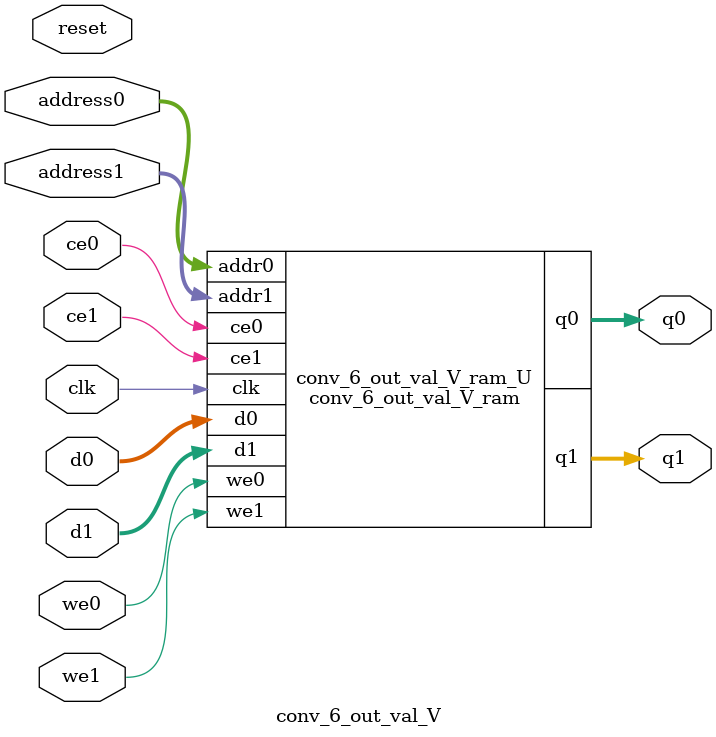
<source format=v>

`timescale 1 ns / 1 ps
module conv_6_out_val_V_ram (addr0, ce0, d0, we0, q0, addr1, ce1, d1, we1, q1,  clk);

parameter DWIDTH = 16;
parameter AWIDTH = 4;
parameter MEM_SIZE = 16;

input[AWIDTH-1:0] addr0;
input ce0;
input[DWIDTH-1:0] d0;
input we0;
output reg[DWIDTH-1:0] q0;
input[AWIDTH-1:0] addr1;
input ce1;
input[DWIDTH-1:0] d1;
input we1;
output reg[DWIDTH-1:0] q1;
input clk;

(* ram_style = "block" *)reg [DWIDTH-1:0] ram[0:MEM_SIZE-1];




always @(posedge clk)  
begin 
    if (ce0) 
    begin
        if (we0) 
        begin 
            ram[addr0] <= d0; 
            q0 <= d0;
        end 
        else 
            q0 <= ram[addr0];
    end
end


always @(posedge clk)  
begin 
    if (ce1) 
    begin
        if (we1) 
        begin 
            ram[addr1] <= d1; 
            q1 <= d1;
        end 
        else 
            q1 <= ram[addr1];
    end
end


endmodule


`timescale 1 ns / 1 ps
module conv_6_out_val_V(
    reset,
    clk,
    address0,
    ce0,
    we0,
    d0,
    q0,
    address1,
    ce1,
    we1,
    d1,
    q1);

parameter DataWidth = 32'd16;
parameter AddressRange = 32'd16;
parameter AddressWidth = 32'd4;
input reset;
input clk;
input[AddressWidth - 1:0] address0;
input ce0;
input we0;
input[DataWidth - 1:0] d0;
output[DataWidth - 1:0] q0;
input[AddressWidth - 1:0] address1;
input ce1;
input we1;
input[DataWidth - 1:0] d1;
output[DataWidth - 1:0] q1;



conv_6_out_val_V_ram conv_6_out_val_V_ram_U(
    .clk( clk ),
    .addr0( address0 ),
    .ce0( ce0 ),
    .d0( d0 ),
    .we0( we0 ),
    .q0( q0 ),
    .addr1( address1 ),
    .ce1( ce1 ),
    .d1( d1 ),
    .we1( we1 ),
    .q1( q1 ));

endmodule


</source>
